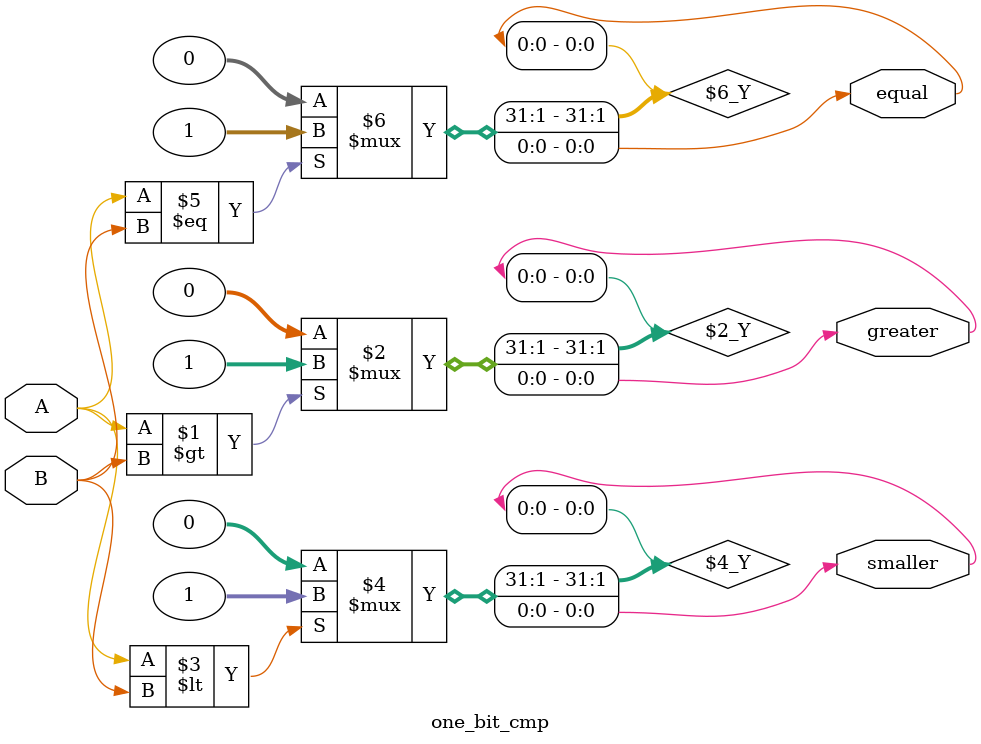
<source format=v>
`timescale 1ns / 1ps
module one_bit_cmp(input A, input B, output greater, output equal, output smaller);
	assign greater = A > B ? 1 : 0;
	assign smaller = A < B ? 1 : 0;
	assign equal = A == B ? 1 : 0;

endmodule

</source>
